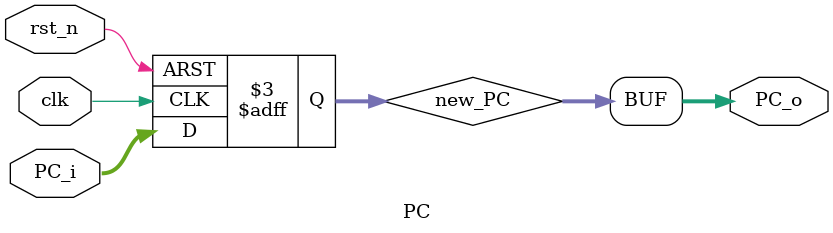
<source format=v>
module PC(
    input           clk,
    input           rst_n,
    input [31:0]    PC_i,
    output [31:0]   PC_o
);

    reg [31:0]  new_PC;

    always @(posedge clk or negedge rst_n) begin
        if (!rst_n) begin
            new_PC <= 32'hffff_fffc;
        end else begin
            new_PC <= PC_i;
        end
    end

    assign PC_o      = new_PC;

endmodule

</source>
